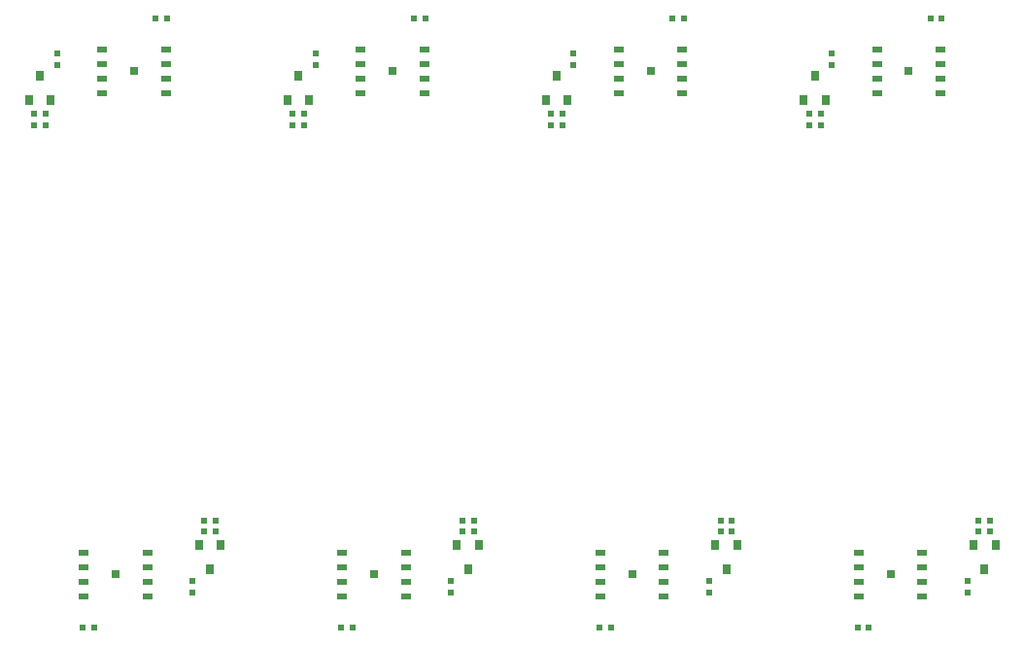
<source format=gbp>
G04 EAGLE Gerber RS-274X export*
G75*
%MOMM*%
%FSLAX34Y34*%
%LPD*%
%INSolderpaste Bottom*%
%IPPOS*%
%AMOC8*
5,1,8,0,0,1.08239X$1,22.5*%
G01*
%ADD10R,0.600000X0.600000*%
%ADD11R,0.850000X0.500000*%
%ADD12R,0.800000X0.800000*%
%ADD13R,0.800000X0.900000*%


D10*
X169060Y114330D03*
X169060Y124330D03*
X189000Y177200D03*
X179000Y177200D03*
X73200Y84000D03*
X83200Y84000D03*
D11*
X74250Y110950D03*
X74250Y123650D03*
X74250Y136350D03*
X74250Y149050D03*
X129750Y136350D03*
X129750Y149050D03*
X129750Y123650D03*
X129750Y110950D03*
D12*
X102000Y130000D03*
D10*
X179000Y167300D03*
X189000Y167300D03*
D13*
X174500Y155300D03*
X193500Y155300D03*
X184000Y134300D03*
D10*
X394129Y114330D03*
X394129Y124330D03*
X414069Y177200D03*
X404069Y177200D03*
X298269Y84000D03*
X308269Y84000D03*
D11*
X299319Y110950D03*
X299319Y123650D03*
X299319Y136350D03*
X299319Y149050D03*
X354819Y136350D03*
X354819Y149050D03*
X354819Y123650D03*
X354819Y110950D03*
D12*
X327069Y130000D03*
D10*
X404069Y167300D03*
X414069Y167300D03*
D13*
X399569Y155300D03*
X418569Y155300D03*
X409069Y134300D03*
D10*
X619224Y114330D03*
X619224Y124330D03*
X639164Y177200D03*
X629164Y177200D03*
X523364Y84000D03*
X533364Y84000D03*
D11*
X524414Y110950D03*
X524414Y123650D03*
X524414Y136350D03*
X524414Y149050D03*
X579914Y136350D03*
X579914Y149050D03*
X579914Y123650D03*
X579914Y110950D03*
D12*
X552164Y130000D03*
D10*
X629164Y167300D03*
X639164Y167300D03*
D13*
X624664Y155300D03*
X643664Y155300D03*
X634164Y134300D03*
D10*
X844294Y114330D03*
X844294Y124330D03*
X864234Y177200D03*
X854234Y177200D03*
X748434Y84000D03*
X758434Y84000D03*
D11*
X749484Y110950D03*
X749484Y123650D03*
X749484Y136350D03*
X749484Y149050D03*
X804984Y136350D03*
X804984Y149050D03*
X804984Y123650D03*
X804984Y110950D03*
D12*
X777234Y130000D03*
D10*
X854234Y167300D03*
X864234Y167300D03*
D13*
X849734Y155300D03*
X868734Y155300D03*
X859234Y134300D03*
D10*
X50929Y584170D03*
X50929Y574170D03*
X30989Y521300D03*
X40989Y521300D03*
X146789Y614500D03*
X136789Y614500D03*
D11*
X145739Y587550D03*
X145739Y574850D03*
X145739Y562150D03*
X145739Y549450D03*
X90239Y562150D03*
X90239Y549450D03*
X90239Y574850D03*
X90239Y587550D03*
D12*
X117989Y568500D03*
D10*
X40989Y531200D03*
X30989Y531200D03*
D13*
X45489Y543200D03*
X26489Y543200D03*
X35989Y564200D03*
D10*
X276024Y584170D03*
X276024Y574170D03*
X256084Y521300D03*
X266084Y521300D03*
X371884Y614500D03*
X361884Y614500D03*
D11*
X370834Y587550D03*
X370834Y574850D03*
X370834Y562150D03*
X370834Y549450D03*
X315334Y562150D03*
X315334Y549450D03*
X315334Y574850D03*
X315334Y587550D03*
D12*
X343084Y568500D03*
D10*
X266084Y531200D03*
X256084Y531200D03*
D13*
X270584Y543200D03*
X251584Y543200D03*
X261084Y564200D03*
D10*
X501094Y584170D03*
X501094Y574170D03*
X481154Y521300D03*
X491154Y521300D03*
X596954Y614500D03*
X586954Y614500D03*
D11*
X595904Y587550D03*
X595904Y574850D03*
X595904Y562150D03*
X595904Y549450D03*
X540404Y562150D03*
X540404Y549450D03*
X540404Y574850D03*
X540404Y587550D03*
D12*
X568154Y568500D03*
D10*
X491154Y531200D03*
X481154Y531200D03*
D13*
X495654Y543200D03*
X476654Y543200D03*
X486154Y564200D03*
D10*
X726188Y584170D03*
X726188Y574170D03*
X706248Y521300D03*
X716248Y521300D03*
X822048Y614500D03*
X812048Y614500D03*
D11*
X820998Y587550D03*
X820998Y574850D03*
X820998Y562150D03*
X820998Y549450D03*
X765498Y562150D03*
X765498Y549450D03*
X765498Y574850D03*
X765498Y587550D03*
D12*
X793248Y568500D03*
D10*
X716248Y531200D03*
X706248Y531200D03*
D13*
X720748Y543200D03*
X701748Y543200D03*
X711248Y564200D03*
M02*

</source>
